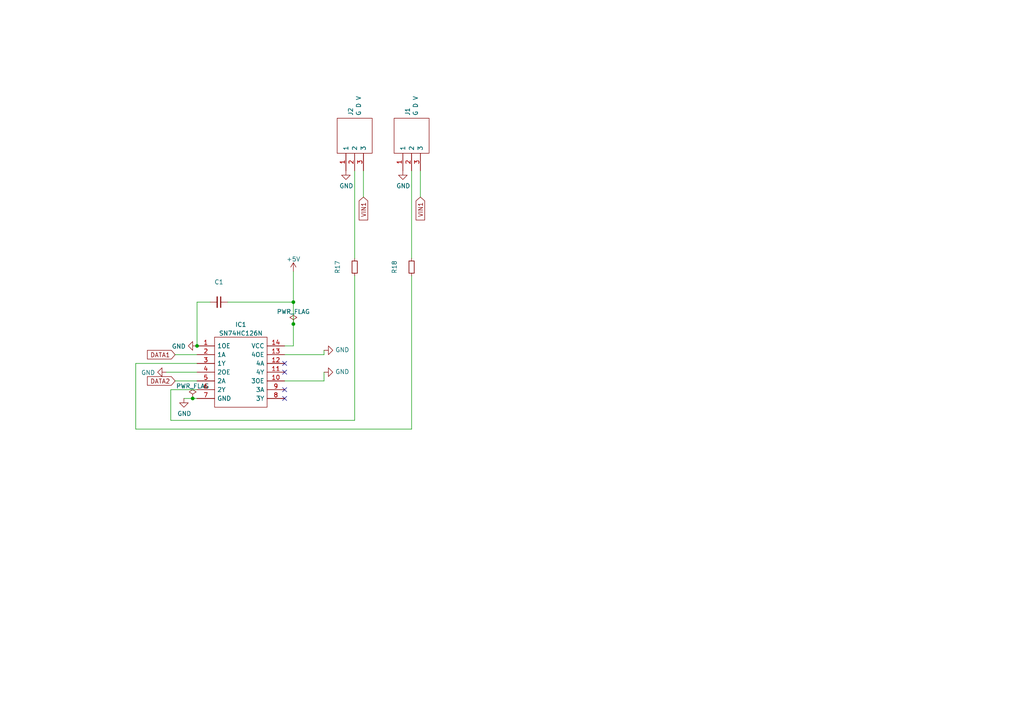
<source format=kicad_sch>
(kicad_sch (version 20211123) (generator eeschema)
  (paper "A4")
  (title_block (title "RPI Cape 2ch Pixel Controller") (company "OnlineDynamic"))
  (lib_symbols
    (symbol "Device:C_Small" (pin_numbers hide) (pin_names (offset 0.254) hide)
      (property "Reference" "C" (at 0.254 1.778 0))
      (property "Value" "C_Small" (at 0.254 -2.032 0))
      (symbol "C_Small_0_1"
        (polyline (pts (xy -1.524 -0.508) (xy 1.524 -0.508)) (stroke (width 0.3302)))
        (polyline (pts (xy -1.524 0.508) (xy 1.524 0.508)) (stroke (width 0.3048)))
      )
      (symbol "C_Small_1_1"
        (pin passive line (at 0 2.54 270) (length 2.032) (name "~") (number "1"))
        (pin passive line (at 0 -2.54 90) (length 2.032) (name "~") (number "2"))
      )
    )
    (symbol "Device:R_Small" (pin_numbers hide) (pin_names (offset 0.254) hide)
      (property "Reference" "R" (at 0.762 0.508 0))
      (property "Value" "R_Small" (at 0.762 -1.016 0))
      (symbol "R_Small_0_1"
        (rectangle (start -0.762 1.778) (end 0.762 -1.778) (stroke (width 0.2032)))
      )
      (symbol "R_Small_1_1"
        (pin passive line (at 0 2.54 270) (length 0.762) (name "~") (number "1"))
        (pin passive line (at 0 -2.54 90) (length 0.762) (name "~") (number "2"))
      )
    )
    (symbol "SamacSys_Parts:SN74HC126N" (pin_names (offset 0.762))
      (property "Reference" "IC" (at 21.59 7.62 0))
      (property "Value" "SN74HC126N" (at 21.59 5.08 0))
      (symbol "SN74HC126N_0_0"
        (pin passive line (at 0 0 0) (length 5.08) (name "1OE") (number "1"))
        (pin passive line (at 25.4 -10.16 180) (length 5.08) (name "3OE") (number "10"))
        (pin passive line (at 25.4 -7.62 180) (length 5.08) (name "4Y") (number "11"))
        (pin passive line (at 25.4 -5.08 180) (length 5.08) (name "4A") (number "12"))
        (pin passive line (at 25.4 -2.54 180) (length 5.08) (name "4OE") (number "13"))
        (pin passive line (at 25.4 0 180) (length 5.08) (name "VCC") (number "14"))
        (pin passive line (at 0 -2.54 0) (length 5.08) (name "1A") (number "2"))
        (pin passive line (at 0 -5.08 0) (length 5.08) (name "1Y") (number "3"))
        (pin passive line (at 0 -7.62 0) (length 5.08) (name "2OE") (number "4"))
        (pin passive line (at 0 -10.16 0) (length 5.08) (name "2A") (number "5"))
        (pin passive line (at 0 -12.7 0) (length 5.08) (name "2Y") (number "6"))
        (pin passive line (at 0 -15.24 0) (length 5.08) (name "GND") (number "7"))
        (pin passive line (at 25.4 -15.24 180) (length 5.08) (name "3Y") (number "8"))
        (pin passive line (at 25.4 -12.7 180) (length 5.08) (name "3A") (number "9"))
      )
      (symbol "SN74HC126N_0_1"
        (polyline (pts (xy 5.08 2.54) (xy 20.32 2.54) (xy 20.32 -17.78) (xy 5.08 -17.78) (xy 5.08 2.54)) (stroke (width 0.1524)))
      )
    )
    (symbol "owl_cape-rescue:284514-3-SamacSys_Parts" (pin_names (offset 0.762))
      (property "Reference" "J" (at 16.51 7.62 0))
      (property "Value" "284514-3-SamacSys_Parts" (at 16.51 5.08 0))
      (symbol "284514-3-SamacSys_Parts_0_0"
        (pin passive line (at 0 0 0) (length 5.08) (name "1") (number "1"))
        (pin passive line (at 0 -2.54 0) (length 5.08) (name "2") (number "2"))
        (pin passive line (at 0 -5.08 0) (length 5.08) (name "3") (number "3"))
      )
      (symbol "284514-3-SamacSys_Parts_0_1"
        (polyline (pts (xy 5.08 2.54) (xy 15.24 2.54) (xy 15.24 -7.62) (xy 5.08 -7.62) (xy 5.08 2.54)) (stroke (width 0.1524)))
      )
    )
    (symbol "power:+5V" (power) (pin_names (offset 0))
      (property "Value" "+5V" (at 0 3.556 0))
      (symbol "+5V_0_1"
        (polyline (pts (xy -0.762 1.27) (xy 0 2.54)))
        (polyline (pts (xy 0 0) (xy 0 2.54)))
        (polyline (pts (xy 0 2.54) (xy 0.762 1.27)))
      )
      (symbol "+5V_1_1"
        (pin power_in line (at 0 0 90) (length 0) hide (name "+5V") (number "1"))
      )
    )
    (symbol "power:GND" (power) (pin_names (offset 0))
      (property "Value" "GND" (at 0 -3.81 0))
      (symbol "GND_0_1"
        (polyline (pts (xy 0 0) (xy 0 -1.27) (xy 1.27 -1.27) (xy 0 -2.54) (xy -1.27 -1.27) (xy 0 -1.27)))
      )
      (symbol "GND_1_1"
        (pin power_in line (at 0 0 270) (length 0) hide (name "GND") (number "1"))
      )
    )
    (symbol "power:PWR_FLAG" (power) (pin_numbers hide) (pin_names (offset 0) hide)
      (property "Value" "PWR_FLAG" (at 0 3.81 0))
      (symbol "PWR_FLAG_0_0"
        (pin power_out line (at 0 0 90) (length 0) (name "pwr") (number "1"))
      )
      (symbol "PWR_FLAG_0_1"
        (polyline (pts (xy 0 0) (xy 0 1.27) (xy -1.016 1.905) (xy 0 2.54) (xy 1.016 1.905) (xy 0 1.27)))
      )
    )
  )
  (junction (at 85.09 87.63))
  (junction (at 55.88 115.57))
  (junction (at 85.09 93.98))
  (junction (at 57.15 100.33))
  (no_connect (at 82.55 115.57))
  (no_connect (at 82.55 113.03))
  (no_connect (at 82.55 107.95))
  (no_connect (at 82.55 105.41))
  (wire (pts (xy 85.09 78.74) (xy 85.09 87.63)))
  (wire (pts (xy 119.38 124.46) (xy 39.37 124.46)))
  (wire (pts (xy 82.55 100.33) (xy 85.09 100.33)))
  (wire (pts (xy 39.37 124.46) (xy 39.37 105.41)))
  (wire (pts (xy 50.8 102.87) (xy 57.15 102.87)))
  (wire (pts (xy 60.96 87.63) (xy 57.15 87.63)))
  (wire (pts (xy 119.38 80.01) (xy 119.38 124.46)))
  (wire (pts (xy 66.04 87.63) (xy 85.09 87.63)))
  (wire (pts (xy 85.09 93.98) (xy 85.09 100.33)))
  (wire (pts (xy 39.37 105.41) (xy 57.15 105.41)))
  (wire (pts (xy 119.38 49.53) (xy 119.38 74.93)))
  (wire (pts (xy 102.87 49.53) (xy 102.87 74.93)))
  (wire (pts (xy 105.41 49.53) (xy 105.41 57.15)))
  (wire (pts (xy 121.92 57.15) (xy 121.92 49.53)))
  (wire (pts (xy 93.98 110.49) (xy 93.98 107.95)))
  (wire (pts (xy 82.55 102.87) (xy 93.98 102.87)))
  (wire (pts (xy 49.53 113.03) (xy 57.15 113.03)))
  (wire (pts (xy 50.8 110.49) (xy 57.15 110.49)))
  (wire (pts (xy 49.53 121.92) (xy 49.53 113.03)))
  (wire (pts (xy 85.09 87.63) (xy 85.09 93.98)))
  (wire (pts (xy 55.88 115.57) (xy 57.15 115.57)))
  (wire (pts (xy 93.98 102.87) (xy 93.98 101.6)))
  (wire (pts (xy 48.26 107.95) (xy 57.15 107.95)))
  (wire (pts (xy 82.55 110.49) (xy 93.98 110.49)))
  (wire (pts (xy 53.34 115.57) (xy 55.88 115.57)))
  (wire (pts (xy 102.87 80.01) (xy 102.87 121.92)))
  (wire (pts (xy 102.87 121.92) (xy 49.53 121.92)))
  (wire (pts (xy 57.15 87.63) (xy 57.15 100.33)))
  (global_label "DATA2" (shape input) (at 50.8 110.49 180) (property "Intersheet References" "${INTERSHEET_REFS}" (effects hide)))
  (global_label "VIN1" (shape input) (at 105.41 57.15 270) (property "Intersheet References" "${INTERSHEET_REFS}" (effects hide)))
  (global_label "DATA1" (shape input) (at 50.8 102.87 180) (property "Intersheet References" "${INTERSHEET_REFS}" (effects hide)))
  (global_label "VIN1" (shape input) (at 121.92 57.15 270) (property "Intersheet References" "${INTERSHEET_REFS}" (effects hide)))
  (symbol (lib_id "owl_cape-rescue:284514-3-SamacSys_Parts") (at 116.84 49.53 90) (unit 1)
    (property "Reference" "J1" (at 118.2116 33.5788 0) (effects (justify left)))
    (property "Value" "G D V" (at 120.523 33.5788 0) (effects (justify left)))
    (property "Footprint" "Connector_Phoenix_MC:PhoenixContact_MCV_1,5_3-G-3.5_1x03_P3.50mm_Vertical" (effects hide))
    (property "Datasheet" "https://www.te.com/commerce/DocumentDelivery/DDEController?Action=srchrtrv&DocNm=284514&DocType=Customer+Drawing&DocLang=English&DocFormat=pdf&PartCntxt=284514-3" (effects hide))
    (property "Description" "TE Connectivity Buchanan, 3 Way, 1 Row, Straight PCB Terminal Block Header" (effects hide))
    (property "Height" "9.4" (effects hide))
    (property "Mouser Part Number" "571-284514-3" (effects hide))
    (property "Mouser Price/Stock" "https://www.mouser.co.uk/ProductDetail/TE-Connectivity/284514-3/?qs=woBvfblj%2FzwGS50caoQlYA%3D%3D" (effects hide))
    (property "Manufacturer_Name" "TE Connectivity" (effects hide))
    (property "Manufacturer_Part_Number" "284514-3" (effects hide))
  )
  (symbol (lib_id "power:GND") (at 116.84 49.53 0) (unit 1)
    (property "Reference" "#PWR019" (effects hide))
    (property "Value" "GND" (at 116.967 53.9242 0))
  )
  (symbol (lib_id "power:GND") (at 100.33 49.53 0) (unit 1)
    (property "Reference" "#PWR017" (effects hide))
    (property "Value" "GND" (at 100.457 53.9242 0))
  )
  (symbol (lib_id "owl_cape-rescue:284514-3-SamacSys_Parts") (at 100.33 49.53 90) (unit 1)
    (property "Reference" "J2" (at 101.7016 33.5788 0) (effects (justify left)))
    (property "Value" "G D V" (at 104.013 33.5788 0) (effects (justify left)))
    (property "Footprint" "Connector_Phoenix_MC:PhoenixContact_MCV_1,5_3-G-3.5_1x03_P3.50mm_Vertical" (effects hide))
    (property "Datasheet" "https://www.te.com/commerce/DocumentDelivery/DDEController?Action=srchrtrv&DocNm=284514&DocType=Customer+Drawing&DocLang=English&DocFormat=pdf&PartCntxt=284514-3" (effects hide))
    (property "Description" "TE Connectivity Buchanan, 3 Way, 1 Row, Straight PCB Terminal Block Header" (effects hide))
    (property "Height" "9.4" (effects hide))
    (property "Mouser Part Number" "571-284514-3" (effects hide))
    (property "Mouser Price/Stock" "https://www.mouser.co.uk/ProductDetail/TE-Connectivity/284514-3/?qs=woBvfblj%2FzwGS50caoQlYA%3D%3D" (effects hide))
    (property "Manufacturer_Name" "TE Connectivity" (effects hide))
    (property "Manufacturer_Part_Number" "284514-3" (effects hide))
  )
  (symbol (lib_id "power:GND") (at 53.34 115.57 0) (unit 1)
    (property "Reference" "#PWR013" (effects hide))
    (property "Value" "GND" (at 53.467 119.9642 0))
  )
  (symbol (lib_id "power:GND") (at 48.26 107.95 270) (unit 1)
    (property "Reference" "#PWR016" (effects hide))
    (property "Value" "GND" (at 45.0088 108.077 90) (effects (justify right)))
  )
  (symbol (lib_id "power:GND") (at 57.15 100.33 270) (unit 1)
    (property "Reference" "#PWR014" (effects hide))
    (property "Value" "GND" (at 53.8988 100.457 90) (effects (justify right)))
  )
  (symbol (lib_id "Device:R_Small") (at 102.87 77.47 0) (unit 1)
    (property "Reference" "R17" (at 97.8916 77.47 90))
  )
  (symbol (lib_id "Device:R_Small") (at 119.38 77.47 0) (unit 1)
    (property "Reference" "R18" (at 114.4016 77.47 90))
  )
  (symbol (lib_id "Device:C_Small") (at 63.5 87.63 270) (unit 1)
    (property "Reference" "C1" (at 63.5 81.8134 90))
  )
  (symbol (lib_id "power:PWR_FLAG") (at 55.88 115.57 0) (unit 1)
    (property "Reference" "#FLG0103" (effects hide))
    (property "Value" "PWR_FLAG" (at 55.88 111.9942 0))
  )
  (symbol (lib_id "power:GND") (at 93.98 107.95 90) (unit 1)
    (property "Reference" "#PWR0102" (effects hide))
    (property "Value" "GND" (at 97.2312 107.823 90) (effects (justify right)))
  )
  (symbol (lib_id "power:GND") (at 93.98 101.6 90) (unit 1)
    (property "Reference" "#PWR0103" (effects hide))
    (property "Value" "GND" (at 97.2312 101.473 90) (effects (justify right)))
  )
  (symbol (lib_id "SamacSys_Parts:SN74HC126N") (at 57.15 100.33 0) (unit 1)
    (property "Reference" "IC1" (at 69.85 94.141 0))
    (property "Value" "SN74HC126N" (at 69.85 96.6779 0))
    (property "Footprint" "DIP794W53P254L1930H508Q14N" (effects hide))
    (property "Datasheet" "http://www.ti.com/lit/gpn/sn74hc126" (effects hide))
    (property "Description" "Quadruple Bus Buffer Gates With 3-State Outputs" (effects hide))
    (property "Height" "5.08" (effects hide))
    (property "Mouser Part Number" "595-SN74HC126N" (effects hide))
    (property "Mouser Price/Stock" "https://www.mouser.co.uk/ProductDetail/Texas-Instruments/SN74HC126N?qs=FM6NhYOeeBUAKeBNhLTZ%252Bw%3D%3D" (effects hide))
    (property "Manufacturer_Name" "Texas Instruments" (effects hide))
    (property "Manufacturer_Part_Number" "SN74HC126N" (effects hide))
  )
  (symbol (lib_id "power:+5V") (at 85.09 78.74 0) (unit 1)
    (property "Reference" "#PWR0124" (effects hide))
    (property "Value" "+5V" (at 85.09 75.1642 0))
  )
  (symbol (lib_id "power:PWR_FLAG") (at 85.09 93.98 0) (unit 1)
    (property "Reference" "#FLG0104" (effects hide))
    (property "Value" "PWR_FLAG" (at 85.09 90.4042 0))
  )
)
</source>
